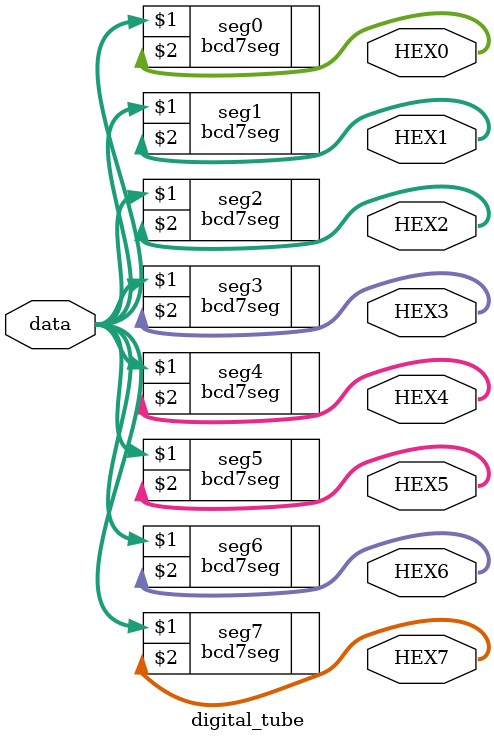
<source format=v>
module digital_tube
    (
        input wire [3:0] data,
        output wire [7:0] HEX0,HEX1,HEX2,HEX3,HEX4,HEX5,HEX6,HEX7
    );

    bcd7seg seg7(data,HEX7);
    bcd7seg seg6(data,HEX6);
    bcd7seg seg5(data,HEX5);
    bcd7seg seg4(data,HEX4);
    bcd7seg seg3(data,HEX3);
    bcd7seg seg2(data,HEX2);
    bcd7seg seg1(data,HEX1);
    bcd7seg seg0(data,HEX0);

endmodule

</source>
